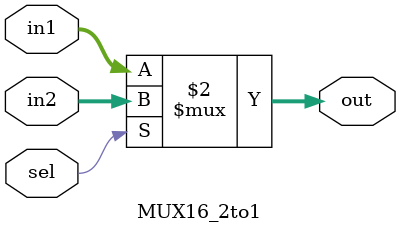
<source format=v>
module MUX16_2to1 (in1, in2, sel, out);

  input sel;
  input [15:0] in1, in2;
  output [15:0] out;
  
  assign out = (sel == 0) ? in1 : in2;
  
endmodule
</source>
